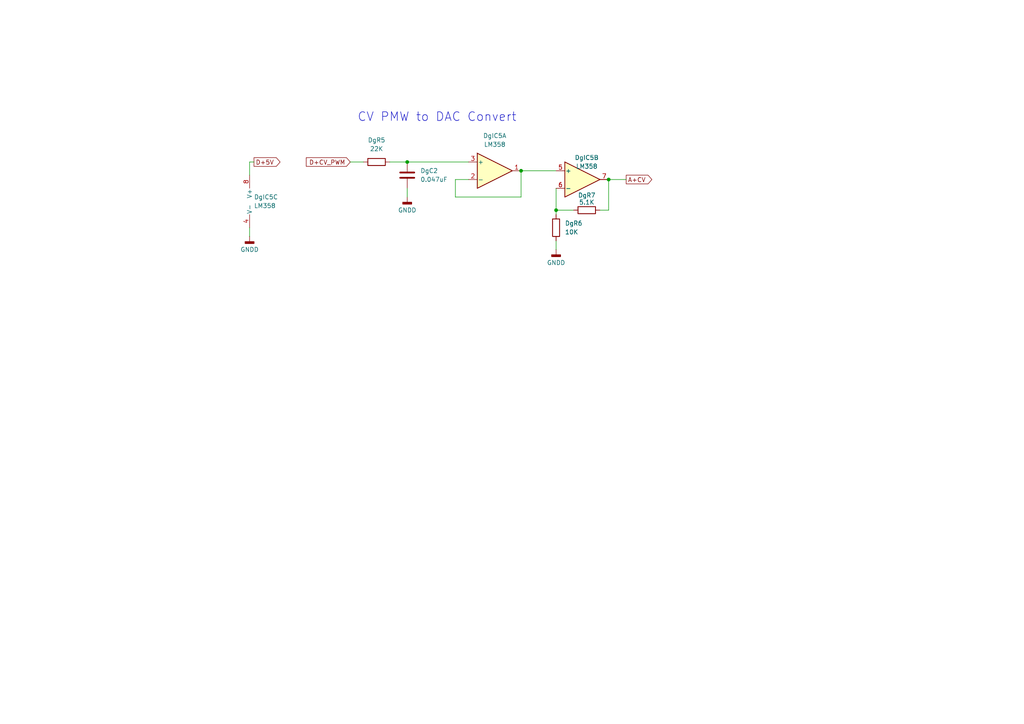
<source format=kicad_sch>
(kicad_sch (version 20231120) (generator "eeschema") (generator_version "8.0")
  (paper "A4")
  (lib_symbols
    (symbol "Amplifier_Operational:LM358" (pin_names (offset 0.127))
      (property "Reference" "U" (at 0 5.08 0))
      (property "Value" "LM358" (at 0 -5.08 0))
      (symbol "LM358_1_1"
        (polyline (pts (xy -5.08 5.08) (xy 5.08 0) (xy -5.08 -5.08) (xy -5.08 5.08)) (stroke (width 0.254)) (fill (type background)))
        (pin output line (at 7.62 0 180) (length 2.54) (name "~") (number "1"))
        (pin input line (at -7.62 -2.54 0) (length 2.54) (name "-") (number "2"))
        (pin input line (at -7.62 2.54 0) (length 2.54) (name "+") (number "3"))
      )
      (symbol "LM358_2_1"
        (polyline (pts (xy -5.08 5.08) (xy 5.08 0) (xy -5.08 -5.08) (xy -5.08 5.08)) (stroke (width 0.254)) (fill (type background)))
        (pin input line (at -7.62 2.54 0) (length 2.54) (name "+") (number "5"))
        (pin input line (at -7.62 -2.54 0) (length 2.54) (name "-") (number "6"))
        (pin output line (at 7.62 0 180) (length 2.54) (name "~") (number "7"))
      )
      (symbol "LM358_3_1"
        (pin power_in line (at -2.54 -7.62 90) (length 3.81) (name "V-") (number "4"))
        (pin power_in line (at -2.54 7.62 270) (length 3.81) (name "V+") (number "8"))
      )
    )
    (symbol "Device:C" (pin_numbers hide) (pin_names (offset 0.254))
      (property "Reference" "C" (at 0.635 2.54 0))
      (property "Value" "C" (at 0.635 -2.54 0))
      (symbol "C_0_1"
        (polyline (pts (xy -2.032 -0.762) (xy 2.032 -0.762)) (stroke (width 0.508)))
        (polyline (pts (xy -2.032 0.762) (xy 2.032 0.762)) (stroke (width 0.508)))
      )
      (symbol "C_1_1"
        (pin passive line (at 0 3.81 270) (length 2.794) (name "~") (number "1"))
        (pin passive line (at 0 -3.81 90) (length 2.794) (name "~") (number "2"))
      )
    )
    (symbol "Device:R" (pin_numbers hide) (pin_names (offset 0))
      (property "Reference" "R" (at 2.032 0 90))
      (property "Value" "R" (at 0 0 90))
      (symbol "R_0_1"
        (rectangle (start -1.016 -2.54) (end 1.016 2.54) (stroke (width 0.254)))
      )
      (symbol "R_1_1"
        (pin passive line (at 0 3.81 270) (length 1.27) (name "~") (number "1"))
        (pin passive line (at 0 -3.81 90) (length 1.27) (name "~") (number "2"))
      )
    )
    (symbol "power:GNDD" (power) (pin_numbers hide) (pin_names (offset 0) hide)
      (property "Value" "GNDD" (at 0 -3.175 0))
      (symbol "GNDD_0_1"
        (rectangle (start -1.27 -1.524) (end 1.27 -2.032) (stroke (width 0.254)) (fill (type outline)))
        (polyline (pts (xy 0 0) (xy 0 -1.524)))
      )
      (symbol "GNDD_1_1"
        (pin power_in line (at 0 0 270) (length 0) (name "~") (number "1"))
      )
    )
  )
  (junction (at 118.11 46.99))
  (junction (at 161.29 60.96))
  (junction (at 176.53 52.07))
  (junction (at 151.13 49.53))
  (wire (pts (xy 161.29 69.85) (xy 161.29 72.39)))
  (wire (pts (xy 132.08 57.15) (xy 151.13 57.15)))
  (wire (pts (xy 166.37 60.96) (xy 161.29 60.96)))
  (wire (pts (xy 135.89 52.07) (xy 132.08 52.07)))
  (wire (pts (xy 118.11 46.99) (xy 135.89 46.99)))
  (wire (pts (xy 161.29 60.96) (xy 161.29 54.61)))
  (wire (pts (xy 176.53 52.07) (xy 181.61 52.07)))
  (wire (pts (xy 73.66 46.99) (xy 72.39 46.99)))
  (wire (pts (xy 72.39 46.99) (xy 72.39 50.8)))
  (wire (pts (xy 176.53 60.96) (xy 173.99 60.96)))
  (wire (pts (xy 161.29 60.96) (xy 161.29 62.23)))
  (wire (pts (xy 176.53 52.07) (xy 176.53 60.96)))
  (wire (pts (xy 151.13 57.15) (xy 151.13 49.53)))
  (wire (pts (xy 72.39 66.04) (xy 72.39 68.58)))
  (wire (pts (xy 101.6 46.99) (xy 105.41 46.99)))
  (wire (pts (xy 151.13 49.53) (xy 161.29 49.53)))
  (wire (pts (xy 132.08 52.07) (xy 132.08 57.15)))
  (wire (pts (xy 118.11 54.61) (xy 118.11 57.15)))
  (wire (pts (xy 113.03 46.99) (xy 118.11 46.99)))
  (text "CV PMW to DAC Convert" (at 103.632 34.036 0) (effects (font (size 2.54 2.54)) (justify left)))
  (global_label "D+5V" (shape output) (at 73.66 46.99 0) (property "Intersheetrefs" "${INTERSHEET_REFS}" (effects (hide yes))))
  (global_label "A+CV" (shape output) (at 181.61 52.07 0) (property "Intersheetrefs" "${INTERSHEET_REFS}" (effects (hide yes))))
  (global_label "D+CV_PWM" (shape input) (at 101.6 46.99 180) (property "Intersheetrefs" "${INTERSHEET_REFS}" (effects (hide yes))))
  (symbol (lib_id "Device:R") (at 170.18 60.96 90) (unit 1)
    (property "Reference" "DgR7" (at 170.18 56.642 90))
    (property "Value" "5.1K" (at 170.18 58.674 90))
    (property "Footprint" "Resistor_THT:R_Axial_DIN0207_L6.3mm_D2.5mm_P2.54mm_Vertical" (effects (hide yes)))
    (property "Description" "Resistor" (effects (hide yes)))
  )
  (symbol (lib_id "power:GNDD") (at 72.39 68.58 0) (unit 1)
    (property "Reference" "#PWR014" (effects (hide yes)))
    (property "Value" "GNDD" (at 72.39 72.39 0))
    (property "Description" "Power symbol creates a global label with name \"GNDD\" , digital ground" (effects (hide yes)))
  )
  (symbol (lib_id "Device:C") (at 118.11 50.8 0) (unit 1)
    (property "Reference" "DgC2" (at 121.92 49.5299 0) (effects (justify left)))
    (property "Value" "0.047uF" (at 121.92 52.0699 0) (effects (justify left)))
    (property "Footprint" "Capacitor_THT:C_Rect_L7.0mm_W2.5mm_P5.00mm" (effects (hide yes)))
    (property "Description" "Unpolarized capacitor" (effects (hide yes)))
  )
  (symbol (lib_id "Amplifier_Operational:LM358") (at 74.93 58.42 0) (unit 3)
    (property "Reference" "DgIC5" (at 73.66 57.1499 0) (effects (justify left)))
    (property "Value" "LM358" (at 73.66 59.6899 0) (effects (justify left)))
    (property "Footprint" "Package_SO:SOIC-8_3.9x4.9mm_P1.27mm" (effects (hide yes)))
    (property "Datasheet" "http://www.ti.com/lit/ds/symlink/lm2904-n.pdf" (effects (hide yes)))
    (property "Description" "Low-Power, Dual Operational Amplifiers, DIP-8/SOIC-8/TO-99-8" (effects (hide yes)))
  )
  (symbol (lib_id "Device:R") (at 109.22 46.99 90) (unit 1)
    (property "Reference" "DgR5" (at 109.22 40.64 90))
    (property "Value" "22K" (at 109.22 43.18 90))
    (property "Footprint" "Resistor_THT:R_Axial_DIN0207_L6.3mm_D2.5mm_P2.54mm_Vertical" (effects (hide yes)))
    (property "Description" "Resistor" (effects (hide yes)))
  )
  (symbol (lib_id "Amplifier_Operational:LM358") (at 143.51 49.53 0) (unit 1)
    (property "Reference" "DgIC5" (at 143.51 39.37 0))
    (property "Value" "LM358" (at 143.51 41.91 0))
    (property "Footprint" "Package_SO:SOIC-8_3.9x4.9mm_P1.27mm" (effects (hide yes)))
    (property "Datasheet" "http://www.ti.com/lit/ds/symlink/lm2904-n.pdf" (effects (hide yes)))
    (property "Description" "Low-Power, Dual Operational Amplifiers, DIP-8/SOIC-8/TO-99-8" (effects (hide yes)))
  )
  (symbol (lib_id "Amplifier_Operational:LM358") (at 168.91 52.07 0) (unit 2)
    (property "Reference" "DgIC5" (at 170.18 45.72 0))
    (property "Value" "LM358" (at 170.18 48.26 0))
    (property "Footprint" "Package_SO:SOIC-8_3.9x4.9mm_P1.27mm" (effects (hide yes)))
    (property "Datasheet" "http://www.ti.com/lit/ds/symlink/lm2904-n.pdf" (effects (hide yes)))
    (property "Description" "Low-Power, Dual Operational Amplifiers, DIP-8/SOIC-8/TO-99-8" (effects (hide yes)))
  )
  (symbol (lib_id "Device:R") (at 161.29 66.04 0) (unit 1)
    (property "Reference" "DgR6" (at 163.83 64.7699 0) (effects (justify left)))
    (property "Value" "10K" (at 163.83 67.3099 0) (effects (justify left)))
    (property "Footprint" "Resistor_THT:R_Axial_DIN0207_L6.3mm_D2.5mm_P2.54mm_Vertical" (effects (hide yes)))
    (property "Description" "Resistor" (effects (hide yes)))
  )
  (symbol (lib_id "power:GNDD") (at 118.11 57.15 0) (unit 1)
    (property "Reference" "#PWR015" (effects (hide yes)))
    (property "Value" "GNDD" (at 118.11 60.96 0))
    (property "Description" "Power symbol creates a global label with name \"GNDD\" , digital ground" (effects (hide yes)))
  )
  (symbol (lib_id "power:GNDD") (at 161.29 72.39 0) (unit 1)
    (property "Reference" "#PWR016" (effects (hide yes)))
    (property "Value" "GNDD" (at 161.29 76.2 0))
    (property "Description" "Power symbol creates a global label with name \"GNDD\" , digital ground" (effects (hide yes)))
  )
)
</source>
